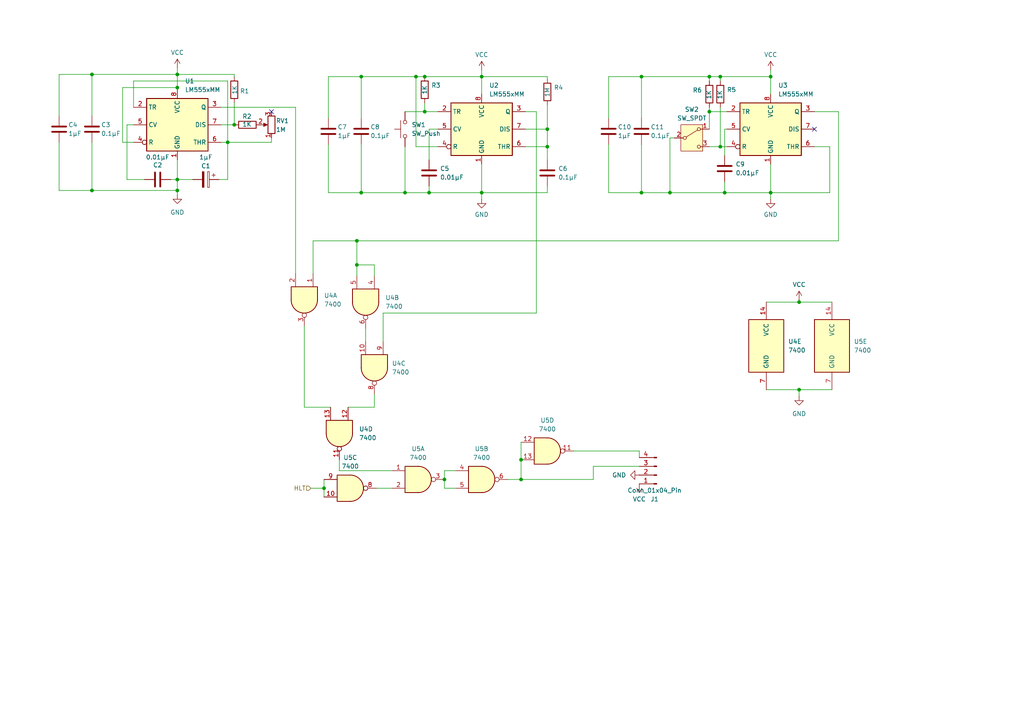
<source format=kicad_sch>
(kicad_sch (version 20231120) (generator "eeschema") (generator_version "8.0")
  (paper "A4")
  (lib_symbols
    (symbol "74xx:7400" (pin_names (offset 1.016))
      (property "Reference" "U" (at 0 1.27 0))
      (property "Value" "7400" (at 0 -1.27 0))
      (symbol "7400_1_1"
        (arc (start 0 -3.81) (mid 3.7934 0) (end 0 3.81) (stroke (width 0.254)) (fill (type background)))
        (polyline (pts (xy 0 3.81) (xy -3.81 3.81) (xy -3.81 -3.81) (xy 0 -3.81)) (stroke (width 0.254)) (fill (type background)))
        (pin input line (at -7.62 2.54 0) (length 3.81) (name "~") (number "1"))
        (pin input line (at -7.62 -2.54 0) (length 3.81) (name "~") (number "2"))
        (pin output inverted (at 7.62 0 180) (length 3.81) (name "~") (number "3"))
      )
      (symbol "7400_1_2"
        (arc (start -3.81 -3.81) (mid -2.589 0) (end -3.81 3.81) (stroke (width 0.254)))
        (arc (start -0.6096 -3.81) (mid 2.1842 -2.5851) (end 3.81 0) (stroke (width 0.254)) (fill (type background)))
        (polyline (pts (xy -3.81 -3.81) (xy -0.635 -3.81)) (stroke (width 0.254)) (fill (type background)))
        (polyline (pts (xy -3.81 3.81) (xy -0.635 3.81)) (stroke (width 0.254)) (fill (type background)))
        (polyline (pts (xy -0.635 3.81) (xy -3.81 3.81) (xy -3.81 3.81) (xy -3.556 3.4036) (xy -3.0226 2.2606) (xy -2.6924 1.0414) (xy -2.6162 -0.254) (xy -2.7686 -1.4986) (xy -3.175 -2.7178) (xy -3.81 -3.81) (xy -3.81 -3.81) (xy -0.635 -3.81)) (stroke (width -25.4)) (fill (type background)))
        (arc (start 3.81 0) (mid 2.1915 2.5936) (end -0.6096 3.81) (stroke (width 0.254)) (fill (type background)))
        (pin input inverted (at -7.62 2.54 0) (length 4.318) (name "~") (number "1"))
        (pin input inverted (at -7.62 -2.54 0) (length 4.318) (name "~") (number "2"))
        (pin output line (at 7.62 0 180) (length 3.81) (name "~") (number "3"))
      )
      (symbol "7400_2_1"
        (arc (start 0 -3.81) (mid 3.7934 0) (end 0 3.81) (stroke (width 0.254)) (fill (type background)))
        (polyline (pts (xy 0 3.81) (xy -3.81 3.81) (xy -3.81 -3.81) (xy 0 -3.81)) (stroke (width 0.254)) (fill (type background)))
        (pin input line (at -7.62 2.54 0) (length 3.81) (name "~") (number "4"))
        (pin input line (at -7.62 -2.54 0) (length 3.81) (name "~") (number "5"))
        (pin output inverted (at 7.62 0 180) (length 3.81) (name "~") (number "6"))
      )
      (symbol "7400_2_2"
        (arc (start -3.81 -3.81) (mid -2.589 0) (end -3.81 3.81) (stroke (width 0.254)))
        (arc (start -0.6096 -3.81) (mid 2.1842 -2.5851) (end 3.81 0) (stroke (width 0.254)) (fill (type background)))
        (polyline (pts (xy -3.81 -3.81) (xy -0.635 -3.81)) (stroke (width 0.254)) (fill (type background)))
        (polyline (pts (xy -3.81 3.81) (xy -0.635 3.81)) (stroke (width 0.254)) (fill (type background)))
        (polyline (pts (xy -0.635 3.81) (xy -3.81 3.81) (xy -3.81 3.81) (xy -3.556 3.4036) (xy -3.0226 2.2606) (xy -2.6924 1.0414) (xy -2.6162 -0.254) (xy -2.7686 -1.4986) (xy -3.175 -2.7178) (xy -3.81 -3.81) (xy -3.81 -3.81) (xy -0.635 -3.81)) (stroke (width -25.4)) (fill (type background)))
        (arc (start 3.81 0) (mid 2.1915 2.5936) (end -0.6096 3.81) (stroke (width 0.254)) (fill (type background)))
        (pin input inverted (at -7.62 2.54 0) (length 4.318) (name "~") (number "4"))
        (pin input inverted (at -7.62 -2.54 0) (length 4.318) (name "~") (number "5"))
        (pin output line (at 7.62 0 180) (length 3.81) (name "~") (number "6"))
      )
      (symbol "7400_3_1"
        (arc (start 0 -3.81) (mid 3.7934 0) (end 0 3.81) (stroke (width 0.254)) (fill (type background)))
        (polyline (pts (xy 0 3.81) (xy -3.81 3.81) (xy -3.81 -3.81) (xy 0 -3.81)) (stroke (width 0.254)) (fill (type background)))
        (pin input line (at -7.62 -2.54 0) (length 3.81) (name "~") (number "10"))
        (pin output inverted (at 7.62 0 180) (length 3.81) (name "~") (number "8"))
        (pin input line (at -7.62 2.54 0) (length 3.81) (name "~") (number "9"))
      )
      (symbol "7400_3_2"
        (arc (start -3.81 -3.81) (mid -2.589 0) (end -3.81 3.81) (stroke (width 0.254)))
        (arc (start -0.6096 -3.81) (mid 2.1842 -2.5851) (end 3.81 0) (stroke (width 0.254)) (fill (type background)))
        (polyline (pts (xy -3.81 -3.81) (xy -0.635 -3.81)) (stroke (width 0.254)) (fill (type background)))
        (polyline (pts (xy -3.81 3.81) (xy -0.635 3.81)) (stroke (width 0.254)) (fill (type background)))
        (polyline (pts (xy -0.635 3.81) (xy -3.81 3.81) (xy -3.81 3.81) (xy -3.556 3.4036) (xy -3.0226 2.2606) (xy -2.6924 1.0414) (xy -2.6162 -0.254) (xy -2.7686 -1.4986) (xy -3.175 -2.7178) (xy -3.81 -3.81) (xy -3.81 -3.81) (xy -0.635 -3.81)) (stroke (width -25.4)) (fill (type background)))
        (arc (start 3.81 0) (mid 2.1915 2.5936) (end -0.6096 3.81) (stroke (width 0.254)) (fill (type background)))
        (pin input inverted (at -7.62 -2.54 0) (length 4.318) (name "~") (number "10"))
        (pin output line (at 7.62 0 180) (length 3.81) (name "~") (number "8"))
        (pin input inverted (at -7.62 2.54 0) (length 4.318) (name "~") (number "9"))
      )
      (symbol "7400_4_1"
        (arc (start 0 -3.81) (mid 3.7934 0) (end 0 3.81) (stroke (width 0.254)) (fill (type background)))
        (polyline (pts (xy 0 3.81) (xy -3.81 3.81) (xy -3.81 -3.81) (xy 0 -3.81)) (stroke (width 0.254)) (fill (type background)))
        (pin output inverted (at 7.62 0 180) (length 3.81) (name "~") (number "11"))
        (pin input line (at -7.62 2.54 0) (length 3.81) (name "~") (number "12"))
        (pin input line (at -7.62 -2.54 0) (length 3.81) (name "~") (number "13"))
      )
      (symbol "7400_4_2"
        (arc (start -3.81 -3.81) (mid -2.589 0) (end -3.81 3.81) (stroke (width 0.254)))
        (arc (start -0.6096 -3.81) (mid 2.1842 -2.5851) (end 3.81 0) (stroke (width 0.254)) (fill (type background)))
        (polyline (pts (xy -3.81 -3.81) (xy -0.635 -3.81)) (stroke (width 0.254)) (fill (type background)))
        (polyline (pts (xy -3.81 3.81) (xy -0.635 3.81)) (stroke (width 0.254)) (fill (type background)))
        (polyline (pts (xy -0.635 3.81) (xy -3.81 3.81) (xy -3.81 3.81) (xy -3.556 3.4036) (xy -3.0226 2.2606) (xy -2.6924 1.0414) (xy -2.6162 -0.254) (xy -2.7686 -1.4986) (xy -3.175 -2.7178) (xy -3.81 -3.81) (xy -3.81 -3.81) (xy -0.635 -3.81)) (stroke (width -25.4)) (fill (type background)))
        (arc (start 3.81 0) (mid 2.1915 2.5936) (end -0.6096 3.81) (stroke (width 0.254)) (fill (type background)))
        (pin output line (at 7.62 0 180) (length 3.81) (name "~") (number "11"))
        (pin input inverted (at -7.62 2.54 0) (length 4.318) (name "~") (number "12"))
        (pin input inverted (at -7.62 -2.54 0) (length 4.318) (name "~") (number "13"))
      )
      (symbol "7400_5_0"
        (pin power_in line (at 0 12.7 270) (length 5.08) (name "VCC") (number "14"))
        (pin power_in line (at 0 -12.7 90) (length 5.08) (name "GND") (number "7"))
      )
      (symbol "7400_5_1"
        (rectangle (start -5.08 7.62) (end 5.08 -7.62) (stroke (width 0.254)) (fill (type background)))
      )
    )
    (symbol "Connector:Conn_01x04_Pin" (pin_names (offset 1.016) hide)
      (property "Reference" "J" (at 0 5.08 0))
      (property "Value" "Conn_01x04_Pin" (at 0 -7.62 0))
      (symbol "Conn_01x04_Pin_1_1"
        (polyline (pts (xy 1.27 -5.08) (xy 0.8636 -5.08)) (stroke (width 0.1524)))
        (polyline (pts (xy 1.27 -2.54) (xy 0.8636 -2.54)) (stroke (width 0.1524)))
        (polyline (pts (xy 1.27 0) (xy 0.8636 0)) (stroke (width 0.1524)))
        (polyline (pts (xy 1.27 2.54) (xy 0.8636 2.54)) (stroke (width 0.1524)))
        (rectangle (start 0.8636 -4.953) (end 0 -5.207) (stroke (width 0.1524)) (fill (type outline)))
        (rectangle (start 0.8636 -2.413) (end 0 -2.667) (stroke (width 0.1524)) (fill (type outline)))
        (rectangle (start 0.8636 0.127) (end 0 -0.127) (stroke (width 0.1524)) (fill (type outline)))
        (rectangle (start 0.8636 2.667) (end 0 2.413) (stroke (width 0.1524)) (fill (type outline)))
        (pin passive line (at 5.08 2.54 180) (length 3.81) (name "Pin_1") (number "1"))
        (pin passive line (at 5.08 0 180) (length 3.81) (name "Pin_2") (number "2"))
        (pin passive line (at 5.08 -2.54 180) (length 3.81) (name "Pin_3") (number "3"))
        (pin passive line (at 5.08 -5.08 180) (length 3.81) (name "Pin_4") (number "4"))
      )
    )
    (symbol "Device:C" (pin_numbers hide) (pin_names (offset 0.254))
      (property "Reference" "C" (at 0.635 2.54 0))
      (property "Value" "C" (at 0.635 -2.54 0))
      (symbol "C_0_1"
        (polyline (pts (xy -2.032 -0.762) (xy 2.032 -0.762)) (stroke (width 0.508)))
        (polyline (pts (xy -2.032 0.762) (xy 2.032 0.762)) (stroke (width 0.508)))
      )
      (symbol "C_1_1"
        (pin passive line (at 0 3.81 270) (length 2.794) (name "~") (number "1"))
        (pin passive line (at 0 -3.81 90) (length 2.794) (name "~") (number "2"))
      )
    )
    (symbol "Device:C_Polarized" (pin_numbers hide) (pin_names (offset 0.254))
      (property "Reference" "C" (at 0.635 2.54 0))
      (property "Value" "C_Polarized" (at 0.635 -2.54 0))
      (symbol "C_Polarized_0_1"
        (rectangle (start -2.286 0.508) (end 2.286 1.016))
        (polyline (pts (xy -1.778 2.286) (xy -0.762 2.286)))
        (polyline (pts (xy -1.27 2.794) (xy -1.27 1.778)))
        (rectangle (start 2.286 -0.508) (end -2.286 -1.016) (fill (type outline)))
      )
      (symbol "C_Polarized_1_1"
        (pin passive line (at 0 3.81 270) (length 2.794) (name "~") (number "1"))
        (pin passive line (at 0 -3.81 90) (length 2.794) (name "~") (number "2"))
      )
    )
    (symbol "Device:R" (pin_numbers hide) (pin_names (offset 0))
      (property "Reference" "R" (at 2.032 0 90))
      (property "Value" "R" (at 0 0 90))
      (symbol "R_0_1"
        (rectangle (start -1.016 -2.54) (end 1.016 2.54) (stroke (width 0.254)))
      )
      (symbol "R_1_1"
        (pin passive line (at 0 3.81 270) (length 1.27) (name "~") (number "1"))
        (pin passive line (at 0 -3.81 90) (length 1.27) (name "~") (number "2"))
      )
    )
    (symbol "Device:R_Potentiometer" (pin_names (offset 1.016) hide)
      (property "Reference" "RV" (at -4.445 0 90))
      (property "Value" "R_Potentiometer" (at -2.54 0 90))
      (symbol "R_Potentiometer_0_1"
        (polyline (pts (xy 2.54 0) (xy 1.524 0)))
        (polyline (pts (xy 1.143 0) (xy 2.286 0.508) (xy 2.286 -0.508) (xy 1.143 0)) (fill (type outline)))
        (rectangle (start 1.016 2.54) (end -1.016 -2.54) (stroke (width 0.254)))
      )
      (symbol "R_Potentiometer_1_1"
        (pin passive line (at 0 3.81 270) (length 1.27) (name "1") (number "1"))
        (pin passive line (at 3.81 0 180) (length 1.27) (name "2") (number "2"))
        (pin passive line (at 0 -3.81 90) (length 1.27) (name "3") (number "3"))
      )
    )
    (symbol "Switch:SW_Push" (pin_numbers hide) (pin_names (offset 1.016) hide)
      (property "Reference" "SW" (at 1.27 2.54 0))
      (property "Value" "SW_Push" (at 0 -1.524 0))
      (symbol "SW_Push_0_1"
        (circle (center -2.032 0) (radius 0.508))
        (polyline (pts (xy 0 1.27) (xy 0 3.048)))
        (polyline (pts (xy 2.54 1.27) (xy -2.54 1.27)))
        (circle (center 2.032 0) (radius 0.508))
        (pin passive line (at -5.08 0 0) (length 2.54) (name "1") (number "1"))
        (pin passive line (at 5.08 0 180) (length 2.54) (name "2") (number "2"))
      )
    )
    (symbol "Switch:SW_SPDT" (pin_names (offset 0) hide)
      (property "Reference" "SW" (at 0 5.08 0))
      (property "Value" "SW_SPDT" (at 0 -5.08 0))
      (symbol "SW_SPDT_0_1"
        (circle (center -2.032 0) (radius 0.4572))
        (polyline (pts (xy -1.651 0.254) (xy 1.651 2.286)))
        (circle (center 2.032 -2.54) (radius 0.4572))
        (circle (center 2.032 2.54) (radius 0.4572))
      )
      (symbol "SW_SPDT_1_1"
        (rectangle (start -3.175 3.81) (end 3.175 -3.81) (fill (type background)))
        (pin passive line (at 5.08 2.54 180) (length 2.54) (name "A") (number "1"))
        (pin passive line (at -5.08 0 0) (length 2.54) (name "B") (number "2"))
        (pin passive line (at 5.08 -2.54 180) (length 2.54) (name "C") (number "3"))
      )
    )
    (symbol "Timer:LM555xMM"
      (property "Reference" "U" (at -10.16 8.89 0))
      (property "Value" "LM555xMM" (at 2.54 8.89 0))
      (symbol "LM555xMM_0_0"
        (pin power_in line (at 0 -10.16 90) (length 2.54) (name "GND") (number "1"))
        (pin power_in line (at 0 10.16 270) (length 2.54) (name "VCC") (number "8"))
      )
      (symbol "LM555xMM_0_1"
        (rectangle (start -8.89 -7.62) (end 8.89 7.62) (stroke (width 0.254)) (fill (type background)))
        (rectangle (start -8.89 -7.62) (end 8.89 7.62) (stroke (width 0.254)) (fill (type background)))
      )
      (symbol "LM555xMM_1_1"
        (pin input line (at -12.7 5.08 0) (length 3.81) (name "TR") (number "2"))
        (pin output line (at 12.7 5.08 180) (length 3.81) (name "Q") (number "3"))
        (pin input inverted (at -12.7 -5.08 0) (length 3.81) (name "R") (number "4"))
        (pin input line (at -12.7 0 0) (length 3.81) (name "CV") (number "5"))
        (pin input line (at 12.7 -5.08 180) (length 3.81) (name "THR") (number "6"))
        (pin input line (at 12.7 0 180) (length 3.81) (name "DIS") (number "7"))
      )
    )
    (symbol "power:GND" (power) (pin_numbers hide) (pin_names (offset 0) hide)
      (property "Value" "GND" (at 0 -3.81 0))
      (symbol "GND_0_1"
        (polyline (pts (xy 0 0) (xy 0 -1.27) (xy 1.27 -1.27) (xy 0 -2.54) (xy -1.27 -1.27) (xy 0 -1.27)))
      )
      (symbol "GND_1_1"
        (pin power_in line (at 0 0 270) (length 0) (name "~") (number "1"))
      )
    )
    (symbol "power:VCC" (power) (pin_numbers hide) (pin_names (offset 0) hide)
      (property "Value" "VCC" (at 0 3.556 0))
      (symbol "VCC_0_1"
        (polyline (pts (xy -0.762 1.27) (xy 0 2.54)))
        (polyline (pts (xy 0 0) (xy 0 2.54)))
        (polyline (pts (xy 0 2.54) (xy 0.762 1.27)))
      )
      (symbol "VCC_1_1"
        (pin power_in line (at 0 0 90) (length 0) (name "~") (number "1"))
      )
    )
  )
  (junction (at 123.19 32.385))
  (junction (at 205.74 22.225))
  (junction (at 158.75 42.545))
  (junction (at 205.74 32.385))
  (junction (at 51.435 52.07))
  (junction (at 103.505 76.835))
  (junction (at 139.7 55.88))
  (junction (at 123.19 22.225))
  (junction (at 124.46 55.88))
  (junction (at 67.945 36.195))
  (junction (at 26.67 21.59))
  (junction (at 51.435 55.245))
  (junction (at 103.505 69.85))
  (junction (at 120.65 22.225))
  (junction (at 208.915 42.545))
  (junction (at 104.775 55.88))
  (junction (at 231.775 113.03))
  (junction (at 151.13 133.35))
  (junction (at 210.185 55.88))
  (junction (at 194.31 55.88))
  (junction (at 223.52 22.225))
  (junction (at 223.52 55.88))
  (junction (at 151.13 139.065))
  (junction (at 51.435 25.4))
  (junction (at 158.75 37.465))
  (junction (at 66.04 41.275))
  (junction (at 93.98 141.605))
  (junction (at 26.67 55.245))
  (junction (at 186.055 55.88))
  (junction (at 186.055 22.225))
  (junction (at 128.905 139.065))
  (junction (at 139.7 22.225))
  (junction (at 231.775 87.63))
  (junction (at 117.475 55.88))
  (junction (at 208.915 22.225))
  (junction (at 104.775 22.225))
  (junction (at 51.435 21.59))
  (no_connect (at 236.22 37.465))
  (no_connect (at 78.74 32.385))
  (wire (pts (xy 210.185 55.88) (xy 223.52 55.88)))
  (wire (pts (xy 124.46 37.465) (xy 127 37.465)))
  (wire (pts (xy 222.25 113.03) (xy 231.775 113.03)))
  (wire (pts (xy 90.17 141.605) (xy 93.98 141.605)))
  (wire (pts (xy 194.31 55.88) (xy 210.185 55.88)))
  (wire (pts (xy 240.665 42.545) (xy 240.665 55.88)))
  (wire (pts (xy 186.055 22.225) (xy 205.74 22.225)))
  (wire (pts (xy 223.52 22.225) (xy 223.52 20.32)))
  (wire (pts (xy 104.775 41.91) (xy 104.775 55.88)))
  (wire (pts (xy 223.52 55.88) (xy 223.52 57.785)))
  (wire (pts (xy 208.915 42.545) (xy 208.915 31.115)))
  (wire (pts (xy 95.25 41.91) (xy 95.25 55.88)))
  (wire (pts (xy 51.435 21.59) (xy 51.435 25.4)))
  (wire (pts (xy 95.25 34.29) (xy 95.25 22.225)))
  (wire (pts (xy 66.04 41.275) (xy 64.135 41.275)))
  (wire (pts (xy 176.53 41.91) (xy 176.53 55.88)))
  (wire (pts (xy 35.56 41.275) (xy 35.56 25.4)))
  (wire (pts (xy 139.7 22.225) (xy 139.7 27.305)))
  (wire (pts (xy 35.56 41.275) (xy 38.735 41.275)))
  (wire (pts (xy 186.055 55.88) (xy 194.31 55.88)))
  (wire (pts (xy 158.75 46.355) (xy 158.75 42.545)))
  (wire (pts (xy 158.75 37.465) (xy 152.4 37.465)))
  (wire (pts (xy 103.505 69.85) (xy 103.505 76.835)))
  (wire (pts (xy 64.135 36.195) (xy 67.945 36.195)))
  (wire (pts (xy 123.19 32.385) (xy 127 32.385)))
  (wire (pts (xy 186.055 22.225) (xy 186.055 34.29)))
  (wire (pts (xy 236.22 42.545) (xy 240.665 42.545)))
  (wire (pts (xy 223.52 47.625) (xy 223.52 55.88)))
  (wire (pts (xy 26.67 41.275) (xy 26.67 55.245)))
  (wire (pts (xy 139.7 22.225) (xy 158.75 22.225)))
  (wire (pts (xy 51.435 52.07) (xy 55.88 52.07)))
  (wire (pts (xy 151.13 133.35) (xy 151.13 139.065)))
  (wire (pts (xy 128.905 141.605) (xy 132.08 141.605)))
  (wire (pts (xy 36.83 52.07) (xy 41.91 52.07)))
  (wire (pts (xy 109.22 141.605) (xy 113.665 141.605)))
  (wire (pts (xy 158.75 42.545) (xy 158.75 37.465)))
  (wire (pts (xy 151.13 139.065) (xy 172.085 139.065)))
  (wire (pts (xy 90.805 69.85) (xy 103.505 69.85)))
  (wire (pts (xy 98.425 136.525) (xy 113.665 136.525)))
  (wire (pts (xy 78.74 41.275) (xy 78.74 40.005)))
  (wire (pts (xy 240.665 55.88) (xy 223.52 55.88)))
  (wire (pts (xy 63.5 52.07) (xy 66.04 52.07)))
  (wire (pts (xy 123.19 22.225) (xy 139.7 22.225)))
  (wire (pts (xy 147.32 139.065) (xy 151.13 139.065)))
  (wire (pts (xy 51.435 21.59) (xy 67.945 21.59)))
  (wire (pts (xy 208.915 42.545) (xy 210.82 42.545)))
  (wire (pts (xy 205.74 42.545) (xy 208.915 42.545)))
  (wire (pts (xy 195.58 40.005) (xy 194.31 40.005)))
  (wire (pts (xy 223.52 22.225) (xy 223.52 27.305)))
  (wire (pts (xy 139.7 57.785) (xy 139.7 55.88)))
  (wire (pts (xy 26.67 21.59) (xy 51.435 21.59)))
  (wire (pts (xy 185.42 130.81) (xy 185.42 132.715)))
  (wire (pts (xy 139.7 55.88) (xy 139.7 47.625)))
  (wire (pts (xy 64.135 31.115) (xy 85.725 31.115)))
  (wire (pts (xy 208.915 22.225) (xy 208.915 23.495)))
  (wire (pts (xy 67.945 21.59) (xy 67.945 22.225)))
  (wire (pts (xy 88.265 118.11) (xy 95.885 118.11)))
  (wire (pts (xy 49.53 52.07) (xy 51.435 52.07)))
  (wire (pts (xy 108.585 114.3) (xy 108.585 118.11)))
  (wire (pts (xy 103.505 76.835) (xy 103.505 80.01)))
  (wire (pts (xy 111.125 99.06) (xy 111.125 90.805)))
  (wire (pts (xy 176.53 55.88) (xy 186.055 55.88)))
  (wire (pts (xy 139.7 20.32) (xy 139.7 22.225)))
  (wire (pts (xy 205.74 22.225) (xy 208.915 22.225)))
  (wire (pts (xy 103.505 69.85) (xy 243.205 69.85)))
  (wire (pts (xy 36.83 36.195) (xy 36.83 52.07)))
  (wire (pts (xy 35.56 25.4) (xy 51.435 25.4)))
  (wire (pts (xy 231.775 87.63) (xy 231.775 86.995)))
  (wire (pts (xy 51.435 19.685) (xy 51.435 21.59)))
  (wire (pts (xy 139.7 55.88) (xy 158.75 55.88)))
  (wire (pts (xy 106.045 95.25) (xy 106.045 99.06)))
  (wire (pts (xy 104.775 55.88) (xy 117.475 55.88)))
  (wire (pts (xy 231.775 113.03) (xy 241.3 113.03)))
  (wire (pts (xy 104.775 22.225) (xy 104.775 34.29)))
  (wire (pts (xy 172.085 135.255) (xy 185.42 135.255)))
  (wire (pts (xy 51.435 25.4) (xy 51.435 26.035)))
  (wire (pts (xy 186.055 41.91) (xy 186.055 55.88)))
  (wire (pts (xy 155.575 90.805) (xy 155.575 32.385)))
  (wire (pts (xy 93.98 141.605) (xy 93.98 139.065)))
  (wire (pts (xy 66.04 23.495) (xy 66.04 41.275)))
  (wire (pts (xy 17.145 55.245) (xy 26.67 55.245)))
  (wire (pts (xy 17.145 41.275) (xy 17.145 55.245)))
  (wire (pts (xy 117.475 55.88) (xy 124.46 55.88)))
  (wire (pts (xy 95.25 22.225) (xy 104.775 22.225)))
  (wire (pts (xy 176.53 22.225) (xy 186.055 22.225)))
  (wire (pts (xy 38.735 31.115) (xy 38.735 23.495)))
  (wire (pts (xy 26.67 55.245) (xy 51.435 55.245)))
  (wire (pts (xy 128.905 139.065) (xy 128.905 141.605)))
  (wire (pts (xy 166.37 130.81) (xy 185.42 130.81)))
  (wire (pts (xy 210.185 52.705) (xy 210.185 55.88)))
  (wire (pts (xy 124.46 55.88) (xy 124.46 53.975)))
  (wire (pts (xy 98.425 133.35) (xy 98.425 136.525)))
  (wire (pts (xy 158.75 55.88) (xy 158.75 53.975)))
  (wire (pts (xy 67.945 29.845) (xy 67.945 36.195)))
  (wire (pts (xy 17.145 21.59) (xy 26.67 21.59)))
  (wire (pts (xy 210.185 37.465) (xy 210.82 37.465)))
  (wire (pts (xy 74.93 36.195) (xy 75.565 36.195)))
  (wire (pts (xy 158.75 30.48) (xy 158.75 37.465)))
  (wire (pts (xy 38.735 23.495) (xy 66.04 23.495)))
  (wire (pts (xy 208.915 22.225) (xy 223.52 22.225)))
  (wire (pts (xy 120.65 22.225) (xy 120.65 42.545)))
  (wire (pts (xy 51.435 52.07) (xy 51.435 55.245)))
  (wire (pts (xy 243.205 32.385) (xy 236.22 32.385)))
  (wire (pts (xy 117.475 42.545) (xy 117.475 55.88)))
  (wire (pts (xy 88.265 94.615) (xy 88.265 118.11)))
  (wire (pts (xy 26.67 21.59) (xy 26.67 33.655)))
  (wire (pts (xy 90.805 79.375) (xy 90.805 69.85)))
  (wire (pts (xy 152.4 42.545) (xy 158.75 42.545)))
  (wire (pts (xy 172.085 139.065) (xy 172.085 135.255)))
  (wire (pts (xy 231.775 87.63) (xy 241.3 87.63)))
  (wire (pts (xy 38.735 36.195) (xy 36.83 36.195)))
  (wire (pts (xy 128.905 136.525) (xy 132.08 136.525)))
  (wire (pts (xy 117.475 32.385) (xy 123.19 32.385)))
  (wire (pts (xy 158.75 22.225) (xy 158.75 22.86)))
  (wire (pts (xy 128.905 139.065) (xy 128.905 136.525)))
  (wire (pts (xy 120.65 22.225) (xy 123.19 22.225)))
  (wire (pts (xy 243.205 69.85) (xy 243.205 32.385)))
  (wire (pts (xy 17.145 33.655) (xy 17.145 21.59)))
  (wire (pts (xy 222.25 87.63) (xy 231.775 87.63)))
  (wire (pts (xy 120.65 42.545) (xy 127 42.545)))
  (wire (pts (xy 93.98 141.605) (xy 93.98 144.145)))
  (wire (pts (xy 176.53 34.29) (xy 176.53 22.225)))
  (wire (pts (xy 100.965 118.11) (xy 108.585 118.11)))
  (wire (pts (xy 151.13 128.27) (xy 151.13 133.35)))
  (wire (pts (xy 205.74 37.465) (xy 205.74 32.385)))
  (wire (pts (xy 205.74 31.115) (xy 205.74 32.385)))
  (wire (pts (xy 51.435 55.245) (xy 51.435 56.515)))
  (wire (pts (xy 108.585 80.01) (xy 108.585 76.835)))
  (wire (pts (xy 108.585 76.835) (xy 103.505 76.835)))
  (wire (pts (xy 111.125 90.805) (xy 155.575 90.805)))
  (wire (pts (xy 231.775 113.03) (xy 231.775 114.935)))
  (wire (pts (xy 123.19 29.845) (xy 123.19 32.385)))
  (wire (pts (xy 124.46 55.88) (xy 139.7 55.88)))
  (wire (pts (xy 66.04 41.275) (xy 66.04 52.07)))
  (wire (pts (xy 124.46 46.355) (xy 124.46 37.465)))
  (wire (pts (xy 95.25 55.88) (xy 104.775 55.88)))
  (wire (pts (xy 104.775 22.225) (xy 120.65 22.225)))
  (wire (pts (xy 210.185 45.085) (xy 210.185 37.465)))
  (wire (pts (xy 51.435 52.07) (xy 51.435 46.355)))
  (wire (pts (xy 155.575 32.385) (xy 152.4 32.385)))
  (wire (pts (xy 205.74 22.225) (xy 205.74 23.495)))
  (wire (pts (xy 66.04 41.275) (xy 78.74 41.275)))
  (wire (pts (xy 194.31 40.005) (xy 194.31 55.88)))
  (wire (pts (xy 85.725 31.115) (xy 85.725 79.375)))
  (wire (pts (xy 205.74 32.385) (xy 210.82 32.385)))
  (hierarchical_label "HLT" (shape input) (at 90.17 141.605 180))
  (symbol (lib_id "Switch:SW_Push") (at 117.475 37.465 90) (unit 1)
    (property "Reference" "SW1" (at 119.38 36.1949 90) (effects (justify right)))
    (property "Value" "SW_Push" (at 119.38 38.7349 90) (effects (justify right)))
    (property "Footprint" "Button_Switch_SMD:SW_Push_1P1T_NO_CK_KMR2" (effects (hide yes)))
    (property "Description" "Push button switch, generic, two pins" (effects (hide yes)))
  )
  (symbol (lib_id "Device:R") (at 205.74 27.305 0) (unit 1)
    (property "Reference" "R6" (at 200.914 26.162 0) (effects (justify left)))
    (property "Value" "1K" (at 205.613 28.829 90) (effects (justify left)))
    (property "Footprint" "Resistor_SMD:R_0603_1608Metric" (effects (hide yes)))
    (property "Description" "Resistor" (effects (hide yes)))
  )
  (symbol (lib_id "power:GND") (at 185.42 137.795 270) (unit 1)
    (property "Reference" "#PWR010" (effects (hide yes)))
    (property "Value" "GND" (at 181.61 137.7951 90) (effects (justify right)))
    (property "Description" "Power symbol creates a global label with name \"GND\" , ground" (effects (hide yes)))
  )
  (symbol (lib_id "power:VCC") (at 51.435 19.685 0) (unit 1)
    (property "Reference" "#PWR01" (effects (hide yes)))
    (property "Value" "VCC" (at 51.435 15.24 0))
    (property "Description" "Power symbol creates a global label with name \"VCC\"" (effects (hide yes)))
  )
  (symbol (lib_id "Device:C_Polarized") (at 59.69 52.07 270) (unit 1)
    (property "Reference" "C1" (at 59.69 48.133 90))
    (property "Value" "1µF" (at 59.69 45.593 90))
    (property "Footprint" "Capacitor_SMD:C_0603_1608Metric" (effects (hide yes)))
    (property "Description" "Polarized capacitor" (effects (hide yes)))
  )
  (symbol (lib_id "power:VCC") (at 231.775 86.995 0) (unit 1)
    (property "Reference" "#PWR07" (effects (hide yes)))
    (property "Value" "VCC" (at 231.775 82.55 0))
    (property "Description" "Power symbol creates a global label with name \"VCC\"" (effects (hide yes)))
  )
  (symbol (lib_id "74xx:7400") (at 158.75 130.81 0) (unit 4)
    (property "Reference" "U5" (at 158.7417 121.92 0))
    (property "Value" "7400" (at 158.7417 124.46 0))
    (property "Footprint" "Package_SO:SOIC-14_3.9x8.7mm_P1.27mm" (effects (hide yes)))
    (property "Datasheet" "http://www.ti.com/lit/gpn/sn7400" (effects (hide yes)))
    (property "Description" "quad 2-input NAND gate" (effects (hide yes)))
  )
  (symbol (lib_id "Device:R") (at 208.915 27.305 0) (unit 1)
    (property "Reference" "R5" (at 210.82 26.0349 0) (effects (justify left)))
    (property "Value" "1K" (at 208.788 28.829 90) (effects (justify left)))
    (property "Footprint" "Resistor_SMD:R_0603_1608Metric" (effects (hide yes)))
    (property "Description" "Resistor" (effects (hide yes)))
  )
  (symbol (lib_id "74xx:7400") (at 88.265 86.995 270) (unit 1)
    (property "Reference" "U4" (at 93.98 85.7166 90) (effects (justify left)))
    (property "Value" "7400" (at 93.98 88.2566 90) (effects (justify left)))
    (property "Footprint" "Package_SO:SOIC-14_3.9x8.7mm_P1.27mm" (effects (hide yes)))
    (property "Datasheet" "http://www.ti.com/lit/gpn/sn7400" (effects (hide yes)))
    (property "Description" "quad 2-input NAND gate" (effects (hide yes)))
  )
  (symbol (lib_id "Device:C") (at 158.75 50.165 0) (unit 1)
    (property "Reference" "C6" (at 161.925 48.8949 0) (effects (justify left)))
    (property "Value" "0.1µF" (at 161.925 51.4349 0) (effects (justify left)))
    (property "Footprint" "Capacitor_SMD:C_0603_1608Metric" (effects (hide yes)))
    (property "Description" "Unpolarized capacitor" (effects (hide yes)))
  )
  (symbol (lib_id "Device:R") (at 123.19 26.035 180) (unit 1)
    (property "Reference" "R3" (at 125.095 24.7649 0) (effects (justify right)))
    (property "Value" "1K" (at 123.19 27.432 90) (effects (justify right)))
    (property "Footprint" "Resistor_SMD:R_0603_1608Metric" (effects (hide yes)))
    (property "Description" "Resistor" (effects (hide yes)))
  )
  (symbol (lib_id "74xx:7400") (at 222.25 100.33 0) (unit 5)
    (property "Reference" "U4" (at 228.6 99.0599 0) (effects (justify left)))
    (property "Value" "7400" (at 228.6 101.5999 0) (effects (justify left)))
    (property "Footprint" "Package_SO:SOIC-14_3.9x8.7mm_P1.27mm" (effects (hide yes)))
    (property "Datasheet" "http://www.ti.com/lit/gpn/sn7400" (effects (hide yes)))
    (property "Description" "quad 2-input NAND gate" (effects (hide yes)))
  )
  (symbol (lib_id "Connector:Conn_01x04_Pin") (at 190.5 137.795 180) (unit 1)
    (property "Reference" "J1" (at 189.865 144.78 0))
    (property "Value" "Conn_01x04_Pin" (at 189.865 142.24 0))
    (property "Description" "Generic connector, single row, 01x04, script generated" (effects (hide yes)))
  )
  (symbol (lib_id "Device:C") (at 17.145 37.465 0) (unit 1)
    (property "Reference" "C4" (at 19.812 36.195 0) (effects (justify left)))
    (property "Value" "1µF" (at 19.812 38.735 0) (effects (justify left)))
    (property "Footprint" "Capacitor_SMD:C_0603_1608Metric" (effects (hide yes)))
    (property "Description" "Unpolarized capacitor" (effects (hide yes)))
  )
  (symbol (lib_id "power:VCC") (at 139.7 20.32 0) (unit 1)
    (property "Reference" "#PWR03" (effects (hide yes)))
    (property "Value" "VCC" (at 139.7 15.875 0))
    (property "Description" "Power symbol creates a global label with name \"VCC\"" (effects (hide yes)))
  )
  (symbol (lib_id "Device:C") (at 45.72 52.07 90) (unit 1)
    (property "Reference" "C2" (at 45.72 47.879 90))
    (property "Value" "0.01µF" (at 45.72 45.593 90))
    (property "Footprint" "Capacitor_SMD:C_0603_1608Metric" (effects (hide yes)))
    (property "Description" "Unpolarized capacitor" (effects (hide yes)))
  )
  (symbol (lib_id "Device:R") (at 67.945 26.035 0) (unit 1)
    (property "Reference" "R1" (at 69.596 26.416 0) (effects (justify left)))
    (property "Value" "1K" (at 68.072 27.432 90) (effects (justify left)))
    (property "Footprint" "Resistor_SMD:R_0603_1608Metric" (effects (hide yes)))
    (property "Description" "Resistor" (effects (hide yes)))
  )
  (symbol (lib_id "Device:C") (at 95.25 38.1 0) (unit 1)
    (property "Reference" "C7" (at 97.917 36.83 0) (effects (justify left)))
    (property "Value" "1µF" (at 97.917 39.37 0) (effects (justify left)))
    (property "Footprint" "Capacitor_SMD:C_0603_1608Metric" (effects (hide yes)))
    (property "Description" "Unpolarized capacitor" (effects (hide yes)))
  )
  (symbol (lib_id "power:GND") (at 51.435 56.515 0) (unit 1)
    (property "Reference" "#PWR02" (effects (hide yes)))
    (property "Value" "GND" (at 51.435 61.595 0))
    (property "Description" "Power symbol creates a global label with name \"GND\" , ground" (effects (hide yes)))
  )
  (symbol (lib_id "Timer:LM555xMM") (at 139.7 37.465 0) (unit 1)
    (property "Reference" "U2" (at 141.8941 24.765 0) (effects (justify left)))
    (property "Value" "LM555xMM" (at 141.8941 27.305 0) (effects (justify left)))
    (property "Footprint" "Package_SO:VSSOP-8_3x3mm_P0.65mm" (effects (hide yes)))
    (property "Datasheet" "http://www.ti.com/lit/ds/symlink/lm555.pdf" (effects (hide yes)))
    (property "Description" "Precision Timers, 555 compatible, VSSOP-8" (effects (hide yes)))
  )
  (symbol (lib_id "Timer:LM555xMM") (at 223.52 37.465 0) (unit 1)
    (property "Reference" "U3" (at 225.7141 24.765 0) (effects (justify left)))
    (property "Value" "LM555xMM" (at 225.7141 27.305 0) (effects (justify left)))
    (property "Footprint" "Package_SO:VSSOP-8_3x3mm_P0.65mm" (effects (hide yes)))
    (property "Datasheet" "http://www.ti.com/lit/ds/symlink/lm555.pdf" (effects (hide yes)))
    (property "Description" "Precision Timers, 555 compatible, VSSOP-8" (effects (hide yes)))
  )
  (symbol (lib_id "74xx:7400") (at 139.7 139.065 0) (unit 2)
    (property "Reference" "U5" (at 139.6917 130.175 0))
    (property "Value" "7400" (at 139.6917 132.715 0))
    (property "Footprint" "Package_SO:SOIC-14_3.9x8.7mm_P1.27mm" (effects (hide yes)))
    (property "Datasheet" "http://www.ti.com/lit/gpn/sn7400" (effects (hide yes)))
    (property "Description" "quad 2-input NAND gate" (effects (hide yes)))
  )
  (symbol (lib_id "74xx:7400") (at 121.285 139.065 0) (unit 1)
    (property "Reference" "U5" (at 121.2767 130.175 0))
    (property "Value" "7400" (at 121.2767 132.715 0))
    (property "Footprint" "Package_SO:SOIC-14_3.9x8.7mm_P1.27mm" (effects (hide yes)))
    (property "Datasheet" "http://www.ti.com/lit/gpn/sn7400" (effects (hide yes)))
    (property "Description" "quad 2-input NAND gate" (effects (hide yes)))
  )
  (symbol (lib_id "power:GND") (at 223.52 57.785 0) (unit 1)
    (property "Reference" "#PWR06" (effects (hide yes)))
    (property "Value" "GND" (at 223.52 62.23 0))
    (property "Description" "Power symbol creates a global label with name \"GND\" , ground" (effects (hide yes)))
  )
  (symbol (lib_id "74xx:7400") (at 106.045 87.63 270) (unit 2)
    (property "Reference" "U4" (at 111.76 86.3516 90) (effects (justify left)))
    (property "Value" "7400" (at 111.76 88.8916 90) (effects (justify left)))
    (property "Footprint" "Package_SO:SOIC-14_3.9x8.7mm_P1.27mm" (effects (hide yes)))
    (property "Datasheet" "http://www.ti.com/lit/gpn/sn7400" (effects (hide yes)))
    (property "Description" "quad 2-input NAND gate" (effects (hide yes)))
  )
  (symbol (lib_id "74xx:7400") (at 108.585 106.68 270) (unit 3)
    (property "Reference" "U4" (at 113.665 105.4016 90) (effects (justify left)))
    (property "Value" "7400" (at 113.665 107.9416 90) (effects (justify left)))
    (property "Footprint" "Package_SO:SOIC-14_3.9x8.7mm_P1.27mm" (effects (hide yes)))
    (property "Datasheet" "http://www.ti.com/lit/gpn/sn7400" (effects (hide yes)))
    (property "Description" "quad 2-input NAND gate" (effects (hide yes)))
  )
  (symbol (lib_id "Device:C") (at 210.185 48.895 0) (unit 1)
    (property "Reference" "C9" (at 213.36 47.6249 0) (effects (justify left)))
    (property "Value" "0.01µF" (at 213.36 50.1649 0) (effects (justify left)))
    (property "Footprint" "Capacitor_SMD:C_0603_1608Metric" (effects (hide yes)))
    (property "Description" "Unpolarized capacitor" (effects (hide yes)))
  )
  (symbol (lib_id "Device:C") (at 186.055 38.1 0) (unit 1)
    (property "Reference" "C11" (at 188.722 36.83 0) (effects (justify left)))
    (property "Value" "0.1µF" (at 188.722 39.37 0) (effects (justify left)))
    (property "Footprint" "Capacitor_SMD:C_0603_1608Metric" (effects (hide yes)))
    (property "Description" "Unpolarized capacitor" (effects (hide yes)))
  )
  (symbol (lib_id "Device:R") (at 71.755 36.195 90) (unit 1)
    (property "Reference" "R2" (at 71.628 33.782 90))
    (property "Value" "1K" (at 71.628 36.068 90))
    (property "Footprint" "Resistor_SMD:R_0603_1608Metric" (effects (hide yes)))
    (property "Description" "Resistor" (effects (hide yes)))
  )
  (symbol (lib_id "Device:C") (at 104.775 38.1 0) (unit 1)
    (property "Reference" "C8" (at 107.442 36.83 0) (effects (justify left)))
    (property "Value" "0.1µF" (at 107.442 39.37 0) (effects (justify left)))
    (property "Footprint" "Capacitor_SMD:C_0603_1608Metric" (effects (hide yes)))
    (property "Description" "Unpolarized capacitor" (effects (hide yes)))
  )
  (symbol (lib_id "Device:R_Potentiometer") (at 78.74 36.195 180) (unit 1)
    (property "Reference" "RV1" (at 80.01 35.052 0) (effects (justify right)))
    (property "Value" "1M" (at 80.01 37.592 0) (effects (justify right)))
    (property "Footprint" "Potentiometer_THT:Potentiometer_ACP_CA9-V10_Vertical" (effects (hide yes)))
    (property "Description" "Potentiometer" (effects (hide yes)))
  )
  (symbol (lib_id "Device:R") (at 158.75 26.67 0) (unit 1)
    (property "Reference" "R4" (at 160.655 25.3999 0) (effects (justify left)))
    (property "Value" "1M" (at 158.75 28.194 90) (effects (justify left)))
    (property "Footprint" "Resistor_SMD:R_0603_1608Metric" (effects (hide yes)))
    (property "Description" "Resistor" (effects (hide yes)))
  )
  (symbol (lib_id "74xx:7400") (at 98.425 125.73 270) (unit 4)
    (property "Reference" "U4" (at 104.14 124.4516 90) (effects (justify left)))
    (property "Value" "7400" (at 104.14 126.9916 90) (effects (justify left)))
    (property "Footprint" "Package_SO:SOIC-14_3.9x8.7mm_P1.27mm" (effects (hide yes)))
    (property "Datasheet" "http://www.ti.com/lit/gpn/sn7400" (effects (hide yes)))
    (property "Description" "quad 2-input NAND gate" (effects (hide yes)))
  )
  (symbol (lib_id "Device:C") (at 26.67 37.465 0) (unit 1)
    (property "Reference" "C3" (at 29.337 36.195 0) (effects (justify left)))
    (property "Value" "0.1µF" (at 29.337 38.735 0) (effects (justify left)))
    (property "Footprint" "Capacitor_SMD:C_0603_1608Metric" (effects (hide yes)))
    (property "Description" "Unpolarized capacitor" (effects (hide yes)))
  )
  (symbol (lib_id "Timer:LM555xMM") (at 51.435 36.195 0) (unit 1)
    (property "Reference" "U1" (at 53.6291 23.495 0) (effects (justify left)))
    (property "Value" "LM555xMM" (at 53.6291 26.035 0) (effects (justify left)))
    (property "Footprint" "Package_SO:VSSOP-8_3x3mm_P0.65mm" (effects (hide yes)))
    (property "Datasheet" "http://www.ti.com/lit/ds/symlink/lm555.pdf" (effects (hide yes)))
    (property "Description" "Precision Timers, 555 compatible, VSSOP-8" (effects (hide yes)))
  )
  (symbol (lib_id "Device:C") (at 124.46 50.165 0) (unit 1)
    (property "Reference" "C5" (at 127.635 48.8949 0) (effects (justify left)))
    (property "Value" "0.01µF" (at 127.635 51.4349 0) (effects (justify left)))
    (property "Footprint" "Capacitor_SMD:C_0603_1608Metric" (effects (hide yes)))
    (property "Description" "Unpolarized capacitor" (effects (hide yes)))
  )
  (symbol (lib_id "74xx:7400") (at 241.3 100.33 0) (unit 5)
    (property "Reference" "U5" (at 247.65 99.0599 0) (effects (justify left)))
    (property "Value" "7400" (at 247.65 101.5999 0) (effects (justify left)))
    (property "Footprint" "Package_SO:SOIC-14_3.9x8.7mm_P1.27mm" (effects (hide yes)))
    (property "Datasheet" "http://www.ti.com/lit/gpn/sn7400" (effects (hide yes)))
    (property "Description" "quad 2-input NAND gate" (effects (hide yes)))
  )
  (symbol (lib_id "power:VCC") (at 185.42 140.335 180) (unit 1)
    (property "Reference" "#PWR09" (effects (hide yes)))
    (property "Value" "VCC" (at 185.42 144.78 0))
    (property "Description" "Power symbol creates a global label with name \"VCC\"" (effects (hide yes)))
  )
  (symbol (lib_id "power:GND") (at 231.775 114.935 0) (unit 1)
    (property "Reference" "#PWR08" (effects (hide yes)))
    (property "Value" "GND" (at 231.775 120.015 0))
    (property "Description" "Power symbol creates a global label with name \"GND\" , ground" (effects (hide yes)))
  )
  (symbol (lib_id "Switch:SW_SPDT") (at 200.66 40.005 0) (unit 1)
    (property "Reference" "SW2" (at 200.66 31.75 0))
    (property "Value" "SW_SPDT" (at 200.66 34.29 0))
    (property "Footprint" "Button_Switch_SMD:SW_SPDT_CK_JS102011SAQN" (effects (hide yes)))
    (property "Description" "Switch, single pole double throw" (effects (hide yes)))
  )
  (symbol (lib_id "Device:C") (at 176.53 38.1 0) (unit 1)
    (property "Reference" "C10" (at 179.197 36.83 0) (effects (justify left)))
    (property "Value" "1µF" (at 179.197 39.37 0) (effects (justify left)))
    (property "Footprint" "Capacitor_SMD:C_0603_1608Metric" (effects (hide yes)))
    (property "Description" "Unpolarized capacitor" (effects (hide yes)))
  )
  (symbol (lib_id "power:VCC") (at 223.52 20.32 0) (unit 1)
    (property "Reference" "#PWR05" (effects (hide yes)))
    (property "Value" "VCC" (at 223.52 15.875 0))
    (property "Description" "Power symbol creates a global label with name \"VCC\"" (effects (hide yes)))
  )
  (symbol (lib_id "74xx:7400") (at 101.6 141.605 0) (unit 3)
    (property "Reference" "U5" (at 101.5917 132.715 0))
    (property "Value" "7400" (at 101.5917 135.255 0))
    (property "Footprint" "Package_SO:SOIC-14_3.9x8.7mm_P1.27mm" (effects (hide yes)))
    (property "Datasheet" "http://www.ti.com/lit/gpn/sn7400" (effects (hide yes)))
    (property "Description" "quad 2-input NAND gate" (effects (hide yes)))
  )
  (symbol (lib_id "power:GND") (at 139.7 57.785 0) (unit 1)
    (property "Reference" "#PWR04" (effects (hide yes)))
    (property "Value" "GND" (at 139.7 62.23 0))
    (property "Description" "Power symbol creates a global label with name \"GND\" , ground" (effects (hide yes)))
  )
)
</source>
